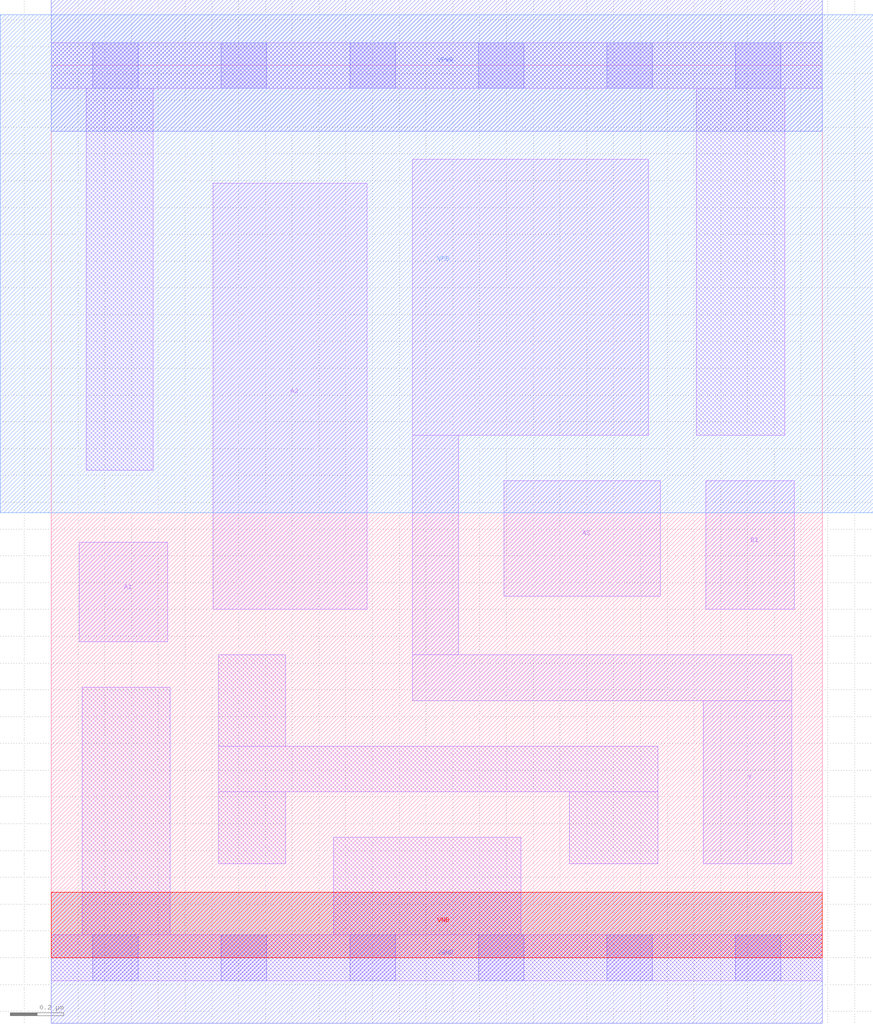
<source format=lef>
# Copyright 2020 The SkyWater PDK Authors
#
# Licensed under the Apache License, Version 2.0 (the "License");
# you may not use this file except in compliance with the License.
# You may obtain a copy of the License at
#
#     https://www.apache.org/licenses/LICENSE-2.0
#
# Unless required by applicable law or agreed to in writing, software
# distributed under the License is distributed on an "AS IS" BASIS,
# WITHOUT WARRANTIES OR CONDITIONS OF ANY KIND, either express or implied.
# See the License for the specific language governing permissions and
# limitations under the License.
#
# SPDX-License-Identifier: Apache-2.0

VERSION 5.7 ;
  NOWIREEXTENSIONATPIN ON ;
  DIVIDERCHAR "/" ;
  BUSBITCHARS "[]" ;
MACRO sky130_fd_sc_hs__o31ai_1
  CLASS CORE ;
  FOREIGN sky130_fd_sc_hs__o31ai_1 ;
  ORIGIN  0.000000  0.000000 ;
  SIZE  2.880000 BY  3.330000 ;
  SYMMETRY X Y ;
  SITE unit ;
  PIN A1
    ANTENNAGATEAREA  0.279000 ;
    DIRECTION INPUT ;
    USE SIGNAL ;
    PORT
      LAYER li1 ;
        RECT 0.105000 1.180000 0.435000 1.550000 ;
    END
  END A1
  PIN A2
    ANTENNAGATEAREA  0.279000 ;
    DIRECTION INPUT ;
    USE SIGNAL ;
    PORT
      LAYER li1 ;
        RECT 0.605000 1.300000 1.180000 2.890000 ;
    END
  END A2
  PIN A3
    ANTENNAGATEAREA  0.279000 ;
    DIRECTION INPUT ;
    USE SIGNAL ;
    PORT
      LAYER li1 ;
        RECT 1.690000 1.350000 2.275000 1.780000 ;
    END
  END A3
  PIN B1
    ANTENNAGATEAREA  0.279000 ;
    DIRECTION INPUT ;
    USE SIGNAL ;
    PORT
      LAYER li1 ;
        RECT 2.445000 1.300000 2.775000 1.780000 ;
    END
  END B1
  PIN Y
    ANTENNADIFFAREA  1.020700 ;
    DIRECTION OUTPUT ;
    USE SIGNAL ;
    PORT
      LAYER li1 ;
        RECT 1.350000 0.960000 2.765000 1.130000 ;
        RECT 1.350000 1.130000 1.520000 1.950000 ;
        RECT 1.350000 1.950000 2.230000 2.980000 ;
        RECT 2.435000 0.350000 2.765000 0.960000 ;
    END
  END Y
  PIN VGND
    DIRECTION INOUT ;
    USE GROUND ;
    PORT
      LAYER met1 ;
        RECT 0.000000 -0.245000 2.880000 0.245000 ;
    END
  END VGND
  PIN VNB
    DIRECTION INOUT ;
    USE GROUND ;
    PORT
      LAYER pwell ;
        RECT 0.000000 0.000000 2.880000 0.245000 ;
    END
  END VNB
  PIN VPB
    DIRECTION INOUT ;
    USE POWER ;
    PORT
      LAYER nwell ;
        RECT -0.190000 1.660000 3.070000 3.520000 ;
    END
  END VPB
  PIN VPWR
    DIRECTION INOUT ;
    USE POWER ;
    PORT
      LAYER met1 ;
        RECT 0.000000 3.085000 2.880000 3.575000 ;
    END
  END VPWR
  OBS
    LAYER li1 ;
      RECT 0.000000 -0.085000 2.880000 0.085000 ;
      RECT 0.000000  3.245000 2.880000 3.415000 ;
      RECT 0.115000  0.085000 0.445000 1.010000 ;
      RECT 0.130000  1.820000 0.380000 3.245000 ;
      RECT 0.625000  0.350000 0.875000 0.620000 ;
      RECT 0.625000  0.620000 2.265000 0.790000 ;
      RECT 0.625000  0.790000 0.875000 1.130000 ;
      RECT 1.055000  0.085000 1.755000 0.450000 ;
      RECT 1.935000  0.350000 2.265000 0.620000 ;
      RECT 2.410000  1.950000 2.740000 3.245000 ;
    LAYER mcon ;
      RECT 0.155000 -0.085000 0.325000 0.085000 ;
      RECT 0.155000  3.245000 0.325000 3.415000 ;
      RECT 0.635000 -0.085000 0.805000 0.085000 ;
      RECT 0.635000  3.245000 0.805000 3.415000 ;
      RECT 1.115000 -0.085000 1.285000 0.085000 ;
      RECT 1.115000  3.245000 1.285000 3.415000 ;
      RECT 1.595000 -0.085000 1.765000 0.085000 ;
      RECT 1.595000  3.245000 1.765000 3.415000 ;
      RECT 2.075000 -0.085000 2.245000 0.085000 ;
      RECT 2.075000  3.245000 2.245000 3.415000 ;
      RECT 2.555000 -0.085000 2.725000 0.085000 ;
      RECT 2.555000  3.245000 2.725000 3.415000 ;
  END
END sky130_fd_sc_hs__o31ai_1
END LIBRARY

</source>
